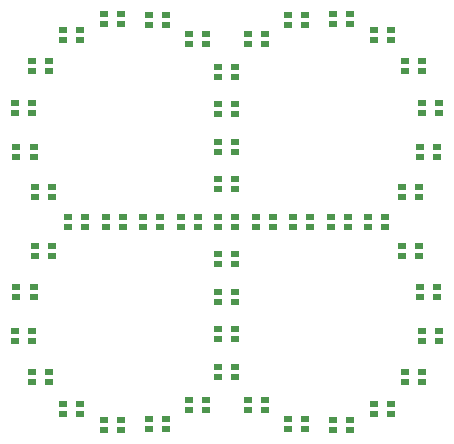
<source format=gbr>
G04 #@! TF.GenerationSoftware,KiCad,Pcbnew,5.0.2+dfsg1-1~bpo9+1*
G04 #@! TF.CreationDate,2019-04-13T12:23:50+03:00*
G04 #@! TF.ProjectId,kicad,6b696361-642e-46b6-9963-61645f706362,rev?*
G04 #@! TF.SameCoordinates,Original*
G04 #@! TF.FileFunction,Paste,Top*
G04 #@! TF.FilePolarity,Positive*
%FSLAX46Y46*%
G04 Gerber Fmt 4.6, Leading zero omitted, Abs format (unit mm)*
G04 Created by KiCad (PCBNEW 5.0.2+dfsg1-1~bpo9+1) date Sat 13 Apr 2019 12:23:50 PM MSK*
%MOMM*%
%LPD*%
G01*
G04 APERTURE LIST*
%ADD10R,0.731000X0.559000*%
G04 APERTURE END LIST*
D10*
G04 #@! TO.C,D49*
X122984000Y-102926000D03*
X122984000Y-103776000D03*
X124434000Y-103776000D03*
X124434000Y-102926000D03*
G04 #@! TD*
G04 #@! TO.C,D48*
X138492852Y-100426333D03*
X138492852Y-101276333D03*
X139942852Y-101276333D03*
X139942852Y-100426333D03*
G04 #@! TD*
G04 #@! TO.C,D47*
X120484333Y-87417147D03*
X120484333Y-88267147D03*
X121934333Y-88267147D03*
X121934333Y-87417147D03*
G04 #@! TD*
G04 #@! TO.C,D46*
X107475147Y-105425666D03*
X107475147Y-106275666D03*
X108925147Y-106275666D03*
X108925147Y-105425666D03*
G04 #@! TD*
G04 #@! TO.C,D45*
X125483666Y-118434852D03*
X125483666Y-119284852D03*
X126933666Y-119284852D03*
X126933666Y-118434852D03*
G04 #@! TD*
G04 #@! TO.C,D44*
X140081919Y-97018568D03*
X140081919Y-97868568D03*
X141531919Y-97868568D03*
X141531919Y-97018568D03*
G04 #@! TD*
G04 #@! TO.C,D43*
X117076568Y-85828080D03*
X117076568Y-86678080D03*
X118526568Y-86678080D03*
X118526568Y-85828080D03*
G04 #@! TD*
G04 #@! TO.C,D42*
X105886080Y-108833431D03*
X105886080Y-109683431D03*
X107336080Y-109683431D03*
X107336080Y-108833431D03*
G04 #@! TD*
G04 #@! TO.C,D41*
X128891431Y-120023919D03*
X128891431Y-120873919D03*
X130341431Y-120873919D03*
X130341431Y-120023919D03*
G04 #@! TD*
G04 #@! TO.C,D40*
X140191279Y-93260107D03*
X140191279Y-94110107D03*
X141641279Y-94110107D03*
X141641279Y-93260107D03*
G04 #@! TD*
G04 #@! TO.C,D39*
X113318107Y-85718720D03*
X113318107Y-86568720D03*
X114768107Y-86568720D03*
X114768107Y-85718720D03*
G04 #@! TD*
G04 #@! TO.C,D38*
X105776720Y-112591892D03*
X105776720Y-113441892D03*
X107226720Y-113441892D03*
X107226720Y-112591892D03*
G04 #@! TD*
G04 #@! TO.C,D37*
X132649892Y-120133279D03*
X132649892Y-120983279D03*
X134099892Y-120983279D03*
X134099892Y-120133279D03*
G04 #@! TD*
G04 #@! TO.C,D36*
X138803045Y-89765712D03*
X138803045Y-90615712D03*
X140253045Y-90615712D03*
X140253045Y-89765712D03*
G04 #@! TD*
G04 #@! TO.C,D35*
X109823712Y-87106954D03*
X109823712Y-87956954D03*
X111273712Y-87956954D03*
X111273712Y-87106954D03*
G04 #@! TD*
G04 #@! TO.C,D34*
X107164954Y-116086287D03*
X107164954Y-116936287D03*
X108614954Y-116936287D03*
X108614954Y-116086287D03*
G04 #@! TD*
G04 #@! TO.C,D33*
X136144287Y-118745045D03*
X136144287Y-119595045D03*
X137594287Y-119595045D03*
X137594287Y-118745045D03*
G04 #@! TD*
G04 #@! TO.C,D32*
X136144287Y-87106954D03*
X136144287Y-87956954D03*
X137594287Y-87956954D03*
X137594287Y-87106954D03*
G04 #@! TD*
G04 #@! TO.C,D31*
X107164954Y-89765712D03*
X107164954Y-90615712D03*
X108614954Y-90615712D03*
X108614954Y-89765712D03*
G04 #@! TD*
G04 #@! TO.C,D30*
X109823712Y-118745045D03*
X109823712Y-119595045D03*
X111273712Y-119595045D03*
X111273712Y-118745045D03*
G04 #@! TD*
G04 #@! TO.C,D29*
X138803045Y-116086287D03*
X138803045Y-116936287D03*
X140253045Y-116936287D03*
X140253045Y-116086287D03*
G04 #@! TD*
G04 #@! TO.C,D28*
X132649892Y-85718720D03*
X132649892Y-86568720D03*
X134099892Y-86568720D03*
X134099892Y-85718720D03*
G04 #@! TD*
G04 #@! TO.C,D27*
X105776720Y-93260107D03*
X105776720Y-94110107D03*
X107226720Y-94110107D03*
X107226720Y-93260107D03*
G04 #@! TD*
G04 #@! TO.C,D26*
X113318107Y-120133279D03*
X113318107Y-120983279D03*
X114768107Y-120983279D03*
X114768107Y-120133279D03*
G04 #@! TD*
G04 #@! TO.C,D25*
X140191279Y-112591892D03*
X140191279Y-113441892D03*
X141641279Y-113441892D03*
X141641279Y-112591892D03*
G04 #@! TD*
G04 #@! TO.C,D24*
X128891431Y-85828080D03*
X128891431Y-86678080D03*
X130341431Y-86678080D03*
X130341431Y-85828080D03*
G04 #@! TD*
G04 #@! TO.C,D23*
X105886080Y-97018568D03*
X105886080Y-97868568D03*
X107336080Y-97868568D03*
X107336080Y-97018568D03*
G04 #@! TD*
G04 #@! TO.C,D22*
X117076568Y-120023919D03*
X117076568Y-120873919D03*
X118526568Y-120873919D03*
X118526568Y-120023919D03*
G04 #@! TD*
G04 #@! TO.C,D21*
X140081919Y-108833431D03*
X140081919Y-109683431D03*
X141531919Y-109683431D03*
X141531919Y-108833431D03*
G04 #@! TD*
G04 #@! TO.C,D20*
X125483666Y-87417147D03*
X125483666Y-88267147D03*
X126933666Y-88267147D03*
X126933666Y-87417147D03*
G04 #@! TD*
G04 #@! TO.C,D19*
X107475147Y-100426333D03*
X107475147Y-101276333D03*
X108925147Y-101276333D03*
X108925147Y-100426333D03*
G04 #@! TD*
G04 #@! TO.C,D18*
X120484333Y-118434852D03*
X120484333Y-119284852D03*
X121934333Y-119284852D03*
X121934333Y-118434852D03*
G04 #@! TD*
G04 #@! TO.C,D17*
X138492852Y-105425666D03*
X138492852Y-106275666D03*
X139942852Y-106275666D03*
X139942852Y-105425666D03*
G04 #@! TD*
G04 #@! TO.C,D16*
X122984000Y-90226000D03*
X122984000Y-91076000D03*
X124434000Y-91076000D03*
X124434000Y-90226000D03*
G04 #@! TD*
G04 #@! TO.C,D15*
X110284000Y-102926000D03*
X110284000Y-103776000D03*
X111734000Y-103776000D03*
X111734000Y-102926000D03*
G04 #@! TD*
G04 #@! TO.C,D14*
X122984000Y-115626000D03*
X122984000Y-116476000D03*
X124434000Y-116476000D03*
X124434000Y-115626000D03*
G04 #@! TD*
G04 #@! TO.C,D13*
X135684000Y-102926000D03*
X135684000Y-103776000D03*
X137134000Y-103776000D03*
X137134000Y-102926000D03*
G04 #@! TD*
G04 #@! TO.C,D12*
X122984000Y-93401000D03*
X122984000Y-94251000D03*
X124434000Y-94251000D03*
X124434000Y-93401000D03*
G04 #@! TD*
G04 #@! TO.C,D11*
X113459000Y-102926000D03*
X113459000Y-103776000D03*
X114909000Y-103776000D03*
X114909000Y-102926000D03*
G04 #@! TD*
G04 #@! TO.C,D10*
X122984000Y-112450999D03*
X122984000Y-113300999D03*
X124434000Y-113300999D03*
X124434000Y-112450999D03*
G04 #@! TD*
G04 #@! TO.C,D9*
X132509000Y-102926000D03*
X132509000Y-103776000D03*
X133959000Y-103776000D03*
X133959000Y-102926000D03*
G04 #@! TD*
G04 #@! TO.C,D8*
X122984000Y-96576000D03*
X122984000Y-97426000D03*
X124434000Y-97426000D03*
X124434000Y-96576000D03*
G04 #@! TD*
G04 #@! TO.C,D7*
X116634000Y-102926000D03*
X116634000Y-103776000D03*
X118084000Y-103776000D03*
X118084000Y-102926000D03*
G04 #@! TD*
G04 #@! TO.C,D6*
X122984000Y-109276000D03*
X122984000Y-110126000D03*
X124434000Y-110126000D03*
X124434000Y-109276000D03*
G04 #@! TD*
G04 #@! TO.C,D5*
X129334000Y-102926000D03*
X129334000Y-103776000D03*
X130784000Y-103776000D03*
X130784000Y-102926000D03*
G04 #@! TD*
G04 #@! TO.C,D4*
X122984000Y-99751000D03*
X122984000Y-100601000D03*
X124434000Y-100601000D03*
X124434000Y-99751000D03*
G04 #@! TD*
G04 #@! TO.C,D3*
X119809000Y-102926000D03*
X119809000Y-103776000D03*
X121259000Y-103776000D03*
X121259000Y-102926000D03*
G04 #@! TD*
G04 #@! TO.C,D2*
X122984000Y-106101000D03*
X122984000Y-106951000D03*
X124434000Y-106951000D03*
X124434000Y-106101000D03*
G04 #@! TD*
G04 #@! TO.C,D1*
X126159000Y-102926000D03*
X126159000Y-103776000D03*
X127609000Y-103776000D03*
X127609000Y-102926000D03*
G04 #@! TD*
M02*

</source>
